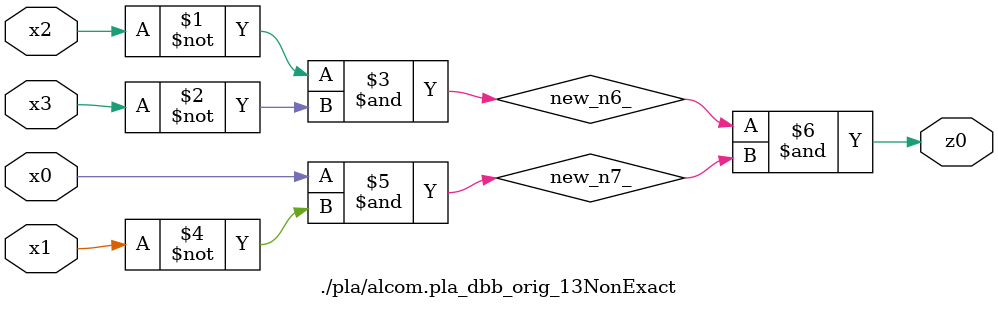
<source format=v>

module \./pla/alcom.pla_dbb_orig_13NonExact  ( 
    x0, x1, x2, x3,
    z0  );
  input  x0, x1, x2, x3;
  output z0;
  wire new_n6_, new_n7_;
  assign new_n6_ = ~x2 & ~x3;
  assign new_n7_ = x0 & ~x1;
  assign z0 = new_n6_ & new_n7_;
endmodule



</source>
